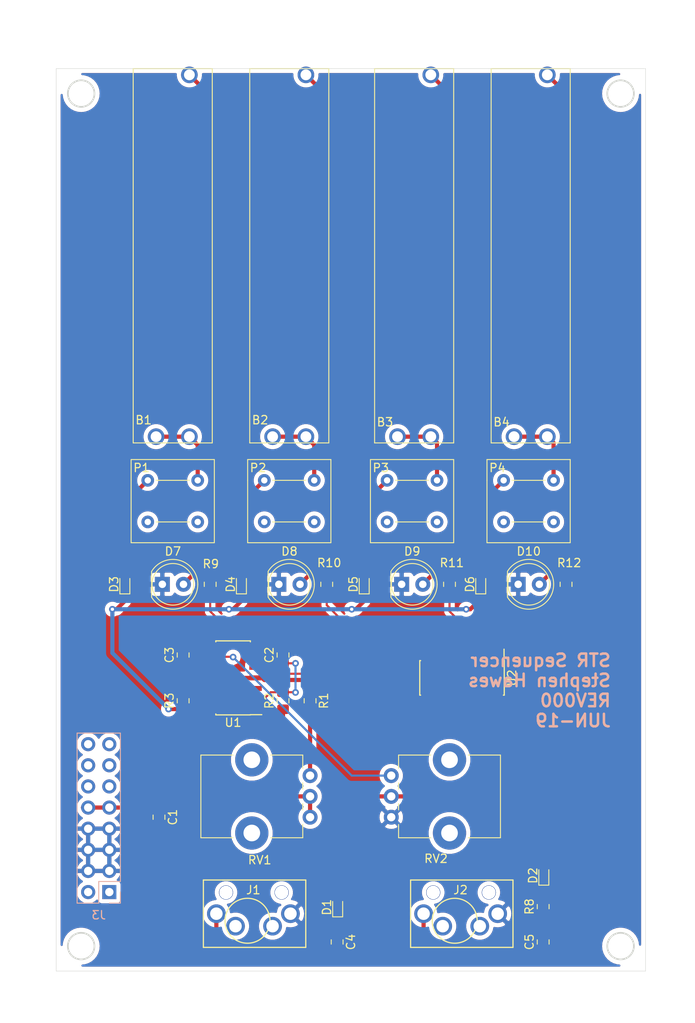
<source format=kicad_pcb>
(kicad_pcb (version 20171130) (host pcbnew "(5.0.2-5-10.14)")
  (layers (0 F.Cu signal) (31 B.Cu signal) (34 B.Paste user) (35 F.Paste user) (36 B.SilkS user) (37 F.SilkS user) (38 B.Mask user) (39 F.Mask user) (44 Edge.Cuts user))
  (net 0 "")
  (net 1 "Net-(B1-Pad2)")
  (net 2 "Net-(B1-Pad1)")
  (net 3 "Net-(B2-Pad1)")
  (net 4 "Net-(B2-Pad2)")
  (net 5 "Net-(B3-Pad2)")
  (net 6 "Net-(B3-Pad1)")
  (net 7 "Net-(B4-Pad1)")
  (net 8 "Net-(B4-Pad2)")
  (net 9 +12V)
  (net 10 GND)
  (net 11 "Net-(C2-Pad1)")
  (net 12 "Net-(C3-Pad1)")
  (net 13 "Net-(C4-Pad2)")
  (net 14 "Net-(C4-Pad1)")
  (net 15 "Net-(C5-Pad1)")
  (net 16 "Net-(D1-Pad2)")
  (net 17 "Net-(D2-Pad1)")
  (net 18 "Net-(D3-Pad1)")
  (net 19 "Net-(D7-Pad2)")
  (net 20 "Net-(D8-Pad2)")
  (net 21 "Net-(D9-Pad2)")
  (net 22 "Net-(D10-Pad2)")
  (net 23 "Net-(J3-Pad1)")
  (net 24 "Net-(J3-Pad2)")
  (net 25 "Net-(J3-Pad11)")
  (net 26 "Net-(J3-Pad12)")
  (net 27 "Net-(J3-Pad13)")
  (net 28 "Net-(J3-Pad14)")
  (net 29 "Net-(J3-Pad15)")
  (net 30 "Net-(J3-Pad16)")
  (net 31 "Net-(P1-Pad3)")
  (net 32 "Net-(P2-Pad3)")
  (net 33 "Net-(P3-Pad3)")
  (net 34 "Net-(P4-Pad3)")
  (net 35 "Net-(R1-Pad2)")
  (net 36 "Net-(R2-Pad1)")
  (net 37 "Net-(RV2-Pad3)")
  (net 38 "Net-(U1-Pad3)")
  (net 39 "Net-(U1-Pad5)")
  (net 40 "Net-(U1-Pad11)")
  (net 41 "Net-(U2-Pad1)")
  (net 42 "Net-(U2-Pad5)")
  (net 43 "Net-(U2-Pad6)")
  (net 44 "Net-(U2-Pad9)")
  (net 45 "Net-(U2-Pad10)")
  (net 46 "Net-(U2-Pad11)")
  (net 47 "Net-(U2-Pad12)")
  (net 48 "Net-(B1-Pad3)")
  (net 49 "Net-(B2-Pad3)")
  (net 50 "Net-(B3-Pad3)")
  (net 51 "Net-(B4-Pad3)")
  (net 52 "Net-(J1-Pad4)")
  (net 53 "Net-(J1-Pad3)")
  (net 54 "Net-(J2-Pad3)")
  (net 55 "Net-(J2-Pad4)")
  (module Capacitor_SMD:C_0805_2012Metric_Pad1.15x1.40mm_HandSolder (layer F.Cu) (at 73.66 141.1902 270)
    (fp_text reference C1 (at 0 -1.65 270) (layer F.SilkS))
    (fp_text value C_Small)
    (pad 2 smd roundrect (at 1.025 0 270) (size 1.15 1.4) (layers F.Cu F.Paste F.Mask) (roundrect_rratio 0.217391) (net 10 GND))
    (pad 1 smd roundrect (at -1.025 0 270) (size 1.15 1.4) (layers F.Cu F.Paste F.Mask) (roundrect_rratio 0.217391) (net 9 +12V))
  )
  (module Capacitor_SMD:C_0805_2012Metric_Pad1.15x1.40mm_HandSolder (layer F.Cu) (at 88.5596 121.6902 90)
    (fp_text reference C2 (at 0 -1.65 90) (layer F.SilkS))
    (fp_text value 10uF)
    (pad 1 smd roundrect (at -1.025 0 90) (size 1.15 1.4) (layers F.Cu F.Paste F.Mask) (roundrect_rratio 0.217391) (net 11 "Net-(C2-Pad1)"))
    (pad 2 smd roundrect (at 1.025 0 90) (size 1.15 1.4) (layers F.Cu F.Paste F.Mask) (roundrect_rratio 0.217391) (net 10 GND))
  )
  (module Capacitor_SMD:C_0805_2012Metric_Pad1.15x1.40mm_HandSolder (layer F.Cu) (at 76.5596 121.6902 90)
    (fp_text reference C3 (at 0 -1.65 90) (layer F.SilkS))
    (fp_text value 10nF)
    (pad 1 smd roundrect (at -1.025 0 90) (size 1.15 1.4) (layers F.Cu F.Paste F.Mask) (roundrect_rratio 0.217391) (net 12 "Net-(C3-Pad1)"))
    (pad 2 smd roundrect (at 1.025 0 90) (size 1.15 1.4) (layers F.Cu F.Paste F.Mask) (roundrect_rratio 0.217391) (net 10 GND))
  )
  (module Capacitor_SMD:C_0805_2012Metric_Pad1.15x1.40mm_HandSolder (layer F.Cu) (at 95.0596 156.1902 270)
    (fp_text reference C4 (at 0 -1.65 270) (layer F.SilkS))
    (fp_text value 220uF)
    (pad 2 smd roundrect (at 1.025 0 270) (size 1.15 1.4) (layers F.Cu F.Paste F.Mask) (roundrect_rratio 0.217391) (net 13 "Net-(C4-Pad2)"))
    (pad 1 smd roundrect (at -1.025 0 270) (size 1.15 1.4) (layers F.Cu F.Paste F.Mask) (roundrect_rratio 0.217391) (net 14 "Net-(C4-Pad1)"))
  )
  (module Capacitor_SMD:C_0805_2012Metric_Pad1.15x1.40mm_HandSolder (layer F.Cu) (at 119.8096 156.1902 90)
    (fp_text reference C5 (at 0 -1.65 90) (layer F.SilkS))
    (fp_text value 10nF)
    (pad 2 smd roundrect (at 1.025 0 90) (size 1.15 1.4) (layers F.Cu F.Paste F.Mask) (roundrect_rratio 0.217391) (net 10 GND))
    (pad 1 smd roundrect (at -1.025 0 90) (size 1.15 1.4) (layers F.Cu F.Paste F.Mask) (roundrect_rratio 0.217391) (net 15 "Net-(C5-Pad1)"))
  )
  (module LED_THT:LED_D5.0mm (layer F.Cu) (at 74.0596 113.1902)
    (fp_text reference D7 (at 1.27 -3.96) (layer F.SilkS))
    (fp_text value LED)
    (pad 2 thru_hole circle (at 2.54 0) (size 1.8 1.8) (drill 0.9) (layers *.Cu *.Mask) (net 19 "Net-(D7-Pad2)"))
    (pad 1 thru_hole rect (at 0 0) (size 1.8 1.8) (drill 0.9) (layers *.Cu *.Mask) (net 10 GND))
  )
  (module LED_THT:LED_D5.0mm (layer F.Cu) (at 88.0596 113.1902)
    (fp_text reference D8 (at 1.27 -3.96) (layer F.SilkS))
    (fp_text value LED)
    (pad 1 thru_hole rect (at 0 0) (size 1.8 1.8) (drill 0.9) (layers *.Cu *.Mask) (net 10 GND))
    (pad 2 thru_hole circle (at 2.54 0) (size 1.8 1.8) (drill 0.9) (layers *.Cu *.Mask) (net 20 "Net-(D8-Pad2)"))
  )
  (module LED_THT:LED_D5.0mm (layer F.Cu) (at 102.8096 113.1902)
    (fp_text reference D9 (at 1.27 -3.96) (layer F.SilkS))
    (fp_text value LED)
    (pad 1 thru_hole rect (at 0 0) (size 1.8 1.8) (drill 0.9) (layers *.Cu *.Mask) (net 10 GND))
    (pad 2 thru_hole circle (at 2.54 0) (size 1.8 1.8) (drill 0.9) (layers *.Cu *.Mask) (net 21 "Net-(D9-Pad2)"))
  )
  (module LED_THT:LED_D5.0mm (layer F.Cu) (at 116.8096 113.1902)
    (fp_text reference D10 (at 1.27 -3.96) (layer F.SilkS))
    (fp_text value LED)
    (pad 2 thru_hole circle (at 2.54 0) (size 1.8 1.8) (drill 0.9) (layers *.Cu *.Mask) (net 22 "Net-(D10-Pad2)"))
    (pad 1 thru_hole rect (at 0 0) (size 1.8 1.8) (drill 0.9) (layers *.Cu *.Mask) (net 10 GND))
  )
  (module Connector_PinSocket_2.54mm:PinSocket_2x08_P2.54mm_Vertical (layer B.Cu) (at 67.691 150.1902)
    (fp_text reference J3 (at -1.27 2.77) (layer B.SilkS) (effects (justify mirror)))
    (fp_text value Conn_02x08_Odd_Even)
    (pad 1 thru_hole rect (at 0 0) (size 1.7 1.7) (drill 1) (layers *.Cu *.Mask) (net 23 "Net-(J3-Pad1)"))
    (pad 2 thru_hole oval (at -2.54 0) (size 1.7 1.7) (drill 1) (layers *.Cu *.Mask) (net 24 "Net-(J3-Pad2)"))
    (pad 3 thru_hole oval (at 0 -2.54) (size 1.7 1.7) (drill 1) (layers *.Cu *.Mask) (net 10 GND))
    (pad 4 thru_hole oval (at -2.54 -2.54) (size 1.7 1.7) (drill 1) (layers *.Cu *.Mask) (net 10 GND))
    (pad 5 thru_hole oval (at 0 -5.08) (size 1.7 1.7) (drill 1) (layers *.Cu *.Mask) (net 10 GND))
    (pad 6 thru_hole oval (at -2.54 -5.08) (size 1.7 1.7) (drill 1) (layers *.Cu *.Mask) (net 10 GND))
    (pad 7 thru_hole oval (at 0 -7.62) (size 1.7 1.7) (drill 1) (layers *.Cu *.Mask) (net 10 GND))
    (pad 8 thru_hole oval (at -2.54 -7.62) (size 1.7 1.7) (drill 1) (layers *.Cu *.Mask) (net 10 GND))
    (pad 9 thru_hole oval (at 0 -10.16) (size 1.7 1.7) (drill 1) (layers *.Cu *.Mask) (net 9 +12V))
    (pad 10 thru_hole oval (at -2.54 -10.16) (size 1.7 1.7) (drill 1) (layers *.Cu *.Mask) (net 9 +12V))
    (pad 11 thru_hole oval (at 0 -12.7) (size 1.7 1.7) (drill 1) (layers *.Cu *.Mask) (net 25 "Net-(J3-Pad11)"))
    (pad 12 thru_hole oval (at -2.54 -12.7) (size 1.7 1.7) (drill 1) (layers *.Cu *.Mask) (net 26 "Net-(J3-Pad12)"))
    (pad 13 thru_hole oval (at 0 -15.24) (size 1.7 1.7) (drill 1) (layers *.Cu *.Mask) (net 27 "Net-(J3-Pad13)"))
    (pad 14 thru_hole oval (at -2.54 -15.24) (size 1.7 1.7) (drill 1) (layers *.Cu *.Mask) (net 28 "Net-(J3-Pad14)"))
    (pad 15 thru_hole oval (at 0 -17.78) (size 1.7 1.7) (drill 1) (layers *.Cu *.Mask) (net 29 "Net-(J3-Pad15)"))
    (pad 16 thru_hole oval (at -2.54 -17.78) (size 1.7 1.7) (drill 1) (layers *.Cu *.Mask) (net 30 "Net-(J3-Pad16)"))
  )
  (module stephen:slidePot (layer F.Cu) (at 70.5596 96.1902)
    (fp_text reference P1 (at 1 3) (layer F.SilkS))
    (fp_text value 50K)
    (pad 1 thru_hole circle (at 6.75 -0.75) (size 2 2) (drill 1.3) (layers *.Cu *.Mask) (net 2 "Net-(B1-Pad1)"))
    (pad 2 thru_hole circle (at 2.75 -0.75) (size 2 2) (drill 1.3) (layers *.Cu *.Mask) (net 2 "Net-(B1-Pad1)"))
    (pad 3 thru_hole circle (at 6.75 -44.25) (size 2 2) (drill 1.3) (layers *.Cu *.Mask) (net 31 "Net-(P1-Pad3)"))
  )
  (module stephen:slidePot (layer F.Cu) (at 84.5596 96.1902)
    (fp_text reference P2 (at 1 3) (layer F.SilkS))
    (fp_text value 50K)
    (pad 1 thru_hole circle (at 6.75 -0.75) (size 2 2) (drill 1.3) (layers *.Cu *.Mask) (net 3 "Net-(B2-Pad1)"))
    (pad 2 thru_hole circle (at 2.75 -0.75) (size 2 2) (drill 1.3) (layers *.Cu *.Mask) (net 3 "Net-(B2-Pad1)"))
    (pad 3 thru_hole circle (at 6.75 -44.25) (size 2 2) (drill 1.3) (layers *.Cu *.Mask) (net 32 "Net-(P2-Pad3)"))
  )
  (module stephen:slidePot (layer F.Cu) (at 99.5596 96.1902)
    (fp_text reference P3 (at 0.75 3) (layer F.SilkS))
    (fp_text value 50K)
    (pad 3 thru_hole circle (at 6.75 -44.25) (size 2 2) (drill 1.3) (layers *.Cu *.Mask) (net 33 "Net-(P3-Pad3)"))
    (pad 2 thru_hole circle (at 2.75 -0.75) (size 2 2) (drill 1.3) (layers *.Cu *.Mask) (net 6 "Net-(B3-Pad1)"))
    (pad 1 thru_hole circle (at 6.75 -0.75) (size 2 2) (drill 1.3) (layers *.Cu *.Mask) (net 6 "Net-(B3-Pad1)"))
  )
  (module stephen:slidePot (layer F.Cu) (at 113.5596 96.1902)
    (fp_text reference P4 (at 0.75 3) (layer F.SilkS))
    (fp_text value 50K)
    (pad 3 thru_hole circle (at 6.75 -44.25) (size 2 2) (drill 1.3) (layers *.Cu *.Mask) (net 34 "Net-(P4-Pad3)"))
    (pad 2 thru_hole circle (at 2.75 -0.75) (size 2 2) (drill 1.3) (layers *.Cu *.Mask) (net 7 "Net-(B4-Pad1)"))
    (pad 1 thru_hole circle (at 6.75 -0.75) (size 2 2) (drill 1.3) (layers *.Cu *.Mask) (net 7 "Net-(B4-Pad1)"))
  )
  (module Resistor_SMD:R_0805_2012Metric_Pad1.15x1.40mm_HandSolder (layer F.Cu) (at 91.8096 127.1902 270)
    (fp_text reference R1 (at 0 -1.65 270) (layer F.SilkS))
    (fp_text value 680R)
    (pad 1 smd roundrect (at -1.025 0 270) (size 1.15 1.4) (layers F.Cu F.Paste F.Mask) (roundrect_rratio 0.217391) (net 9 +12V))
    (pad 2 smd roundrect (at 1.025 0 270) (size 1.15 1.4) (layers F.Cu F.Paste F.Mask) (roundrect_rratio 0.217391) (net 35 "Net-(R1-Pad2)"))
  )
  (module Resistor_SMD:R_0805_2012Metric_Pad1.15x1.40mm_HandSolder (layer F.Cu) (at 88.5596 127.1902 90)
    (fp_text reference R2 (at 0 -1.65 90) (layer F.SilkS))
    (fp_text value 220R)
    (pad 2 smd roundrect (at 1.025 0 90) (size 1.15 1.4) (layers F.Cu F.Paste F.Mask) (roundrect_rratio 0.217391) (net 11 "Net-(C2-Pad1)"))
    (pad 1 smd roundrect (at -1.025 0 90) (size 1.15 1.4) (layers F.Cu F.Paste F.Mask) (roundrect_rratio 0.217391) (net 36 "Net-(R2-Pad1)"))
  )
  (module Resistor_SMD:R_0805_2012Metric_Pad1.15x1.40mm_HandSolder (layer F.Cu) (at 76.5596 127.1902 90)
    (fp_text reference R3 (at 0 -1.65 90) (layer F.SilkS))
    (fp_text value 5K6)
    (pad 2 smd roundrect (at 1.025 0 90) (size 1.15 1.4) (layers F.Cu F.Paste F.Mask) (roundrect_rratio 0.217391) (net 12 "Net-(C3-Pad1)"))
    (pad 1 smd roundrect (at -1.025 0 90) (size 1.15 1.4) (layers F.Cu F.Paste F.Mask) (roundrect_rratio 0.217391) (net 18 "Net-(D3-Pad1)"))
  )
  (module Resistor_SMD:R_0805_2012Metric_Pad1.15x1.40mm_HandSolder (layer F.Cu) (at 119.8096 151.9402 90)
    (fp_text reference R8 (at 0 -1.65 90) (layer F.SilkS))
    (fp_text value 1K)
    (pad 1 smd roundrect (at -1.025 0 90) (size 1.15 1.4) (layers F.Cu F.Paste F.Mask) (roundrect_rratio 0.217391) (net 15 "Net-(C5-Pad1)"))
    (pad 2 smd roundrect (at 1.025 0 90) (size 1.15 1.4) (layers F.Cu F.Paste F.Mask) (roundrect_rratio 0.217391) (net 17 "Net-(D2-Pad1)"))
  )
  (module Resistor_SMD:R_0805_2012Metric_Pad1.15x1.40mm_HandSolder (layer F.Cu) (at 79.8096 113.1902 270)
    (fp_text reference R9 (at -2.4462 -0.0734) (layer F.SilkS))
    (fp_text value 1K)
    (pad 1 smd roundrect (at -1.025 0 270) (size 1.15 1.4) (layers F.Cu F.Paste F.Mask) (roundrect_rratio 0.217391) (net 19 "Net-(D7-Pad2)"))
    (pad 2 smd roundrect (at 1.025 0 270) (size 1.15 1.4) (layers F.Cu F.Paste F.Mask) (roundrect_rratio 0.217391) (net 31 "Net-(P1-Pad3)"))
  )
  (module Resistor_SMD:R_0805_2012Metric_Pad1.15x1.40mm_HandSolder (layer F.Cu) (at 93.8096 113.1902 270)
    (fp_text reference R10 (at -2.5732 -0.2974) (layer F.SilkS))
    (fp_text value 1K)
    (pad 1 smd roundrect (at -1.025 0 270) (size 1.15 1.4) (layers F.Cu F.Paste F.Mask) (roundrect_rratio 0.217391) (net 20 "Net-(D8-Pad2)"))
    (pad 2 smd roundrect (at 1.025 0 270) (size 1.15 1.4) (layers F.Cu F.Paste F.Mask) (roundrect_rratio 0.217391) (net 32 "Net-(P2-Pad3)"))
  )
  (module Resistor_SMD:R_0805_2012Metric_Pad1.15x1.40mm_HandSolder (layer F.Cu) (at 108.5596 113.1902 270)
    (fp_text reference R11 (at -2.5732 -0.2794) (layer F.SilkS))
    (fp_text value 1K)
    (pad 2 smd roundrect (at 1.025 0 270) (size 1.15 1.4) (layers F.Cu F.Paste F.Mask) (roundrect_rratio 0.217391) (net 33 "Net-(P3-Pad3)"))
    (pad 1 smd roundrect (at -1.025 0 270) (size 1.15 1.4) (layers F.Cu F.Paste F.Mask) (roundrect_rratio 0.217391) (net 21 "Net-(D9-Pad2)"))
  )
  (module Resistor_SMD:R_0805_2012Metric_Pad1.15x1.40mm_HandSolder (layer F.Cu) (at 122.5596 113.1902 270)
    (fp_text reference R12 (at -2.5732 -0.3764) (layer F.SilkS))
    (fp_text value 1K)
    (pad 2 smd roundrect (at 1.025 0 270) (size 1.15 1.4) (layers F.Cu F.Paste F.Mask) (roundrect_rratio 0.217391) (net 34 "Net-(P4-Pad3)"))
    (pad 1 smd roundrect (at -1.025 0 270) (size 1.15 1.4) (layers F.Cu F.Paste F.Mask) (roundrect_rratio 0.217391) (net 22 "Net-(D10-Pad2)"))
  )
  (module Potentiometer_THT:Potentiometer_Bourns_PTV09A-1_Single_Vertical (layer F.Cu) (at 91.8096 136.1902 180)
    (fp_text reference RV1 (at 6.05 -10.15 180) (layer F.SilkS))
    (fp_text value 50K)
    (pad 3 thru_hole circle (at 0 -5 180) (size 1.8 1.8) (drill 1) (layers *.Cu *.Mask) (net 36 "Net-(R2-Pad1)"))
    (pad 2 thru_hole circle (at 0 -2.5 180) (size 1.8 1.8) (drill 1) (layers *.Cu *.Mask) (net 36 "Net-(R2-Pad1)"))
    (pad 1 thru_hole circle (at 0 0 180) (size 1.8 1.8) (drill 1) (layers *.Cu *.Mask) (net 35 "Net-(R1-Pad2)"))
    (pad "" np_thru_hole circle (at 7 -6.9 180) (size 4 4) (drill 2) (layers *.Cu *.Mask))
    (pad "" np_thru_hole circle (at 7 1.9 180) (size 4 4) (drill 2) (layers *.Cu *.Mask))
  )
  (module Potentiometer_THT:Potentiometer_Bourns_PTV09A-1_Single_Vertical (layer F.Cu) (at 101.5596 141.1902)
    (fp_text reference RV2 (at 5.3744 4.9868) (layer F.SilkS))
    (fp_text value 1K)
    (pad "" np_thru_hole circle (at 7 1.9) (size 4 4) (drill 2) (layers *.Cu *.Mask))
    (pad "" np_thru_hole circle (at 7 -6.9) (size 4 4) (drill 2) (layers *.Cu *.Mask))
    (pad 1 thru_hole circle (at 0 0) (size 1.8 1.8) (drill 1) (layers *.Cu *.Mask) (net 10 GND))
    (pad 2 thru_hole circle (at 0 -2.5) (size 1.8 1.8) (drill 1) (layers *.Cu *.Mask) (net 16 "Net-(D1-Pad2)"))
    (pad 3 thru_hole circle (at 0 -5) (size 1.8 1.8) (drill 1) (layers *.Cu *.Mask) (net 37 "Net-(RV2-Pad3)"))
  )
  (module Package_SO:SOIC-14_3.9x8.7mm_P1.27mm (layer F.Cu) (at 82.5596 124.4402 180)
    (fp_text reference U1 (at 0 -5.375 180) (layer F.SilkS))
    (fp_text value NE556)
    (pad 1 smd rect (at -2.7 -3.81 180) (size 1.5 0.6) (layers F.Cu F.Paste F.Mask) (net 36 "Net-(R2-Pad1)"))
    (pad 2 smd rect (at -2.7 -2.54 180) (size 1.5 0.6) (layers F.Cu F.Paste F.Mask) (net 11 "Net-(C2-Pad1)"))
    (pad 3 smd rect (at -2.7 -1.27 180) (size 1.5 0.6) (layers F.Cu F.Paste F.Mask) (net 38 "Net-(U1-Pad3)"))
    (pad 4 smd rect (at -2.7 0 180) (size 1.5 0.6) (layers F.Cu F.Paste F.Mask) (net 9 +12V))
    (pad 5 smd rect (at -2.7 1.27 180) (size 1.5 0.6) (layers F.Cu F.Paste F.Mask) (net 39 "Net-(U1-Pad5)"))
    (pad 6 smd rect (at -2.7 2.54 180) (size 1.5 0.6) (layers F.Cu F.Paste F.Mask) (net 11 "Net-(C2-Pad1)"))
    (pad 7 smd rect (at -2.7 3.81 180) (size 1.5 0.6) (layers F.Cu F.Paste F.Mask) (net 10 GND))
    (pad 8 smd rect (at 2.7 3.81 180) (size 1.5 0.6) (layers F.Cu F.Paste F.Mask) (net 12 "Net-(C3-Pad1)"))
    (pad 9 smd rect (at 2.7 2.54 180) (size 1.5 0.6) (layers F.Cu F.Paste F.Mask) (net 37 "Net-(RV2-Pad3)"))
    (pad 10 smd rect (at 2.7 1.27 180) (size 1.5 0.6) (layers F.Cu F.Paste F.Mask) (net 9 +12V))
    (pad 11 smd rect (at 2.7 0 180) (size 1.5 0.6) (layers F.Cu F.Paste F.Mask) (net 40 "Net-(U1-Pad11)"))
    (pad 12 smd rect (at 2.7 -1.27 180) (size 1.5 0.6) (layers F.Cu F.Paste F.Mask) (net 12 "Net-(C3-Pad1)"))
    (pad 13 smd rect (at 2.7 -2.54 180) (size 1.5 0.6) (layers F.Cu F.Paste F.Mask) (net 18 "Net-(D3-Pad1)"))
    (pad 14 smd rect (at 2.7 -3.81 180) (size 1.5 0.6) (layers F.Cu F.Paste F.Mask) (net 9 +12V))
  )
  (module Package_SO:SOIC-16_3.9x9.9mm_P1.27mm (layer F.Cu) (at 110.0596 124.4402 270)
    (fp_text reference U2 (at 0 -6 270) (layer F.SilkS))
    (fp_text value 4017)
    (pad 1 smd rect (at -2.7 -4.445 270) (size 1.5 0.6) (layers F.Cu F.Paste F.Mask) (net 41 "Net-(U2-Pad1)"))
    (pad 2 smd rect (at -2.7 -3.175 270) (size 1.5 0.6) (layers F.Cu F.Paste F.Mask) (net 32 "Net-(P2-Pad3)"))
    (pad 3 smd rect (at -2.7 -1.905 270) (size 1.5 0.6) (layers F.Cu F.Paste F.Mask) (net 31 "Net-(P1-Pad3)"))
    (pad 4 smd rect (at -2.7 -0.635 270) (size 1.5 0.6) (layers F.Cu F.Paste F.Mask) (net 33 "Net-(P3-Pad3)"))
    (pad 5 smd rect (at -2.7 0.635 270) (size 1.5 0.6) (layers F.Cu F.Paste F.Mask) (net 42 "Net-(U2-Pad5)"))
    (pad 6 smd rect (at -2.7 1.905 270) (size 1.5 0.6) (layers F.Cu F.Paste F.Mask) (net 43 "Net-(U2-Pad6)"))
    (pad 7 smd rect (at -2.7 3.175 270) (size 1.5 0.6) (layers F.Cu F.Paste F.Mask) (net 34 "Net-(P4-Pad3)"))
    (pad 8 smd rect (at -2.7 4.445 270) (size 1.5 0.6) (layers F.Cu F.Paste F.Mask) (net 10 GND))
    (pad 9 smd rect (at 2.7 4.445 270) (size 1.5 0.6) (layers F.Cu F.Paste F.Mask) (net 44 "Net-(U2-Pad9)"))
    (pad 10 smd rect (at 2.7 3.175 270) (size 1.5 0.6) (layers F.Cu F.Paste F.Mask) (net 45 "Net-(U2-Pad10)"))
    (pad 11 smd rect (at 2.7 1.905 270) (size 1.5 0.6) (layers F.Cu F.Paste F.Mask) (net 46 "Net-(U2-Pad11)"))
    (pad 12 smd rect (at 2.7 0.635 270) (size 1.5 0.6) (layers F.Cu F.Paste F.Mask) (net 47 "Net-(U2-Pad12)"))
    (pad 13 smd rect (at 2.7 -0.635 270) (size 1.5 0.6) (layers F.Cu F.Paste F.Mask) (net 10 GND))
    (pad 14 smd rect (at 2.7 -1.905 270) (size 1.5 0.6) (layers F.Cu F.Paste F.Mask) (net 39 "Net-(U1-Pad5)"))
    (pad 15 smd rect (at 2.7 -3.175 270) (size 1.5 0.6) (layers F.Cu F.Paste F.Mask) (net 45 "Net-(U2-Pad10)"))
    (pad 16 smd rect (at 2.7 -4.445 270) (size 1.5 0.6) (layers F.Cu F.Paste F.Mask) (net 9 +12V))
  )
  (module stephen:PVA1_EE_H2_1.2NV2 (layer F.Cu) (at 78.3096 100.6902 180)
    (fp_text reference B1 (at 6.5 7.25 180) (layer F.SilkS))
    (fp_text value SW_SPDT)
    (pad 1 thru_hole circle (at 0 0 180) (size 1.524 1.524) (drill 0.762) (layers *.Cu *.Mask) (net 2 "Net-(B1-Pad1)"))
    (pad 2 thru_hole circle (at 6 0 180) (size 1.524 1.524) (drill 0.762) (layers *.Cu *.Mask) (net 1 "Net-(B1-Pad2)"))
    (pad 3 thru_hole circle (at 0 -5 180) (size 1.524 1.524) (drill 0.762) (layers *.Cu *.Mask) (net 48 "Net-(B1-Pad3)"))
    (pad 4 thru_hole circle (at 6 -5 180) (size 1.524 1.524) (drill 0.762) (layers *.Cu *.Mask))
  )
  (module stephen:PVA1_EE_H2_1.2NV2 (layer F.Cu) (at 92.3096 100.6902 180)
    (fp_text reference B2 (at 6.5 7.25 180) (layer F.SilkS))
    (fp_text value SW_SPDT)
    (pad 1 thru_hole circle (at 0 0 180) (size 1.524 1.524) (drill 0.762) (layers *.Cu *.Mask) (net 3 "Net-(B2-Pad1)"))
    (pad 2 thru_hole circle (at 6 0 180) (size 1.524 1.524) (drill 0.762) (layers *.Cu *.Mask) (net 4 "Net-(B2-Pad2)"))
    (pad 3 thru_hole circle (at 0 -5 180) (size 1.524 1.524) (drill 0.762) (layers *.Cu *.Mask) (net 49 "Net-(B2-Pad3)"))
    (pad 4 thru_hole circle (at 6 -5 180) (size 1.524 1.524) (drill 0.762) (layers *.Cu *.Mask))
  )
  (module stephen:PVA1_EE_H2_1.2NV2 (layer F.Cu) (at 107.0596 100.6902 180)
    (fp_text reference B3 (at 6.25 7 180) (layer F.SilkS))
    (fp_text value SW_SPDT)
    (pad 4 thru_hole circle (at 6 -5 180) (size 1.524 1.524) (drill 0.762) (layers *.Cu *.Mask))
    (pad 3 thru_hole circle (at 0 -5 180) (size 1.524 1.524) (drill 0.762) (layers *.Cu *.Mask) (net 50 "Net-(B3-Pad3)"))
    (pad 2 thru_hole circle (at 6 0 180) (size 1.524 1.524) (drill 0.762) (layers *.Cu *.Mask) (net 5 "Net-(B3-Pad2)"))
    (pad 1 thru_hole circle (at 0 0 180) (size 1.524 1.524) (drill 0.762) (layers *.Cu *.Mask) (net 6 "Net-(B3-Pad1)"))
  )
  (module stephen:PVA1_EE_H2_1.2NV2 (layer F.Cu) (at 121.0596 100.6902 180)
    (fp_text reference B4 (at 6.25 7 180) (layer F.SilkS))
    (fp_text value SW_SPDT)
    (pad 4 thru_hole circle (at 6 -5 180) (size 1.524 1.524) (drill 0.762) (layers *.Cu *.Mask))
    (pad 3 thru_hole circle (at 0 -5 180) (size 1.524 1.524) (drill 0.762) (layers *.Cu *.Mask) (net 51 "Net-(B4-Pad3)"))
    (pad 2 thru_hole circle (at 6 0 180) (size 1.524 1.524) (drill 0.762) (layers *.Cu *.Mask) (net 8 "Net-(B4-Pad2)"))
    (pad 1 thru_hole circle (at 0 0 180) (size 1.524 1.524) (drill 0.762) (layers *.Cu *.Mask) (net 7 "Net-(B4-Pad1)"))
  )
  (module Diode_SMD:D_SOD-523 (layer F.Cu) (at 95.123 152.019 90)
    (fp_text reference D1 (at 0 -1.3 90) (layer F.SilkS))
    (fp_text value D_ALT)
    (pad 2 smd rect (at 0.7 0 270) (size 0.6 0.7) (layers F.Cu F.Paste F.Mask) (net 16 "Net-(D1-Pad2)"))
    (pad 1 smd rect (at -0.7 0 270) (size 0.6 0.7) (layers F.Cu F.Paste F.Mask) (net 14 "Net-(C4-Pad1)"))
  )
  (module Diode_SMD:D_SOD-523 (layer F.Cu) (at 119.888 148.209 90)
    (fp_text reference D2 (at 0 -1.3 90) (layer F.SilkS))
    (fp_text value D_ALT)
    (pad 1 smd rect (at -0.7 0 270) (size 0.6 0.7) (layers F.Cu F.Paste F.Mask) (net 17 "Net-(D2-Pad1)"))
    (pad 2 smd rect (at 0.7 0 270) (size 0.6 0.7) (layers F.Cu F.Paste F.Mask) (net 16 "Net-(D1-Pad2)"))
  )
  (module Diode_SMD:D_SOD-523 (layer F.Cu) (at 69.5596 113.1902 90)
    (fp_text reference D3 (at 0 -1.3 90) (layer F.SilkS))
    (fp_text value D_ALT)
    (pad 2 smd rect (at 0.7 0 270) (size 0.6 0.7) (layers F.Cu F.Paste F.Mask) (net 1 "Net-(B1-Pad2)"))
    (pad 1 smd rect (at -0.7 0 270) (size 0.6 0.7) (layers F.Cu F.Paste F.Mask) (net 18 "Net-(D3-Pad1)"))
  )
  (module Diode_SMD:D_SOD-523 (layer F.Cu) (at 83.5596 113.1902 90)
    (fp_text reference D4 (at 0 -1.3 90) (layer F.SilkS))
    (fp_text value D_ALT)
    (pad 2 smd rect (at 0.7 0 270) (size 0.6 0.7) (layers F.Cu F.Paste F.Mask) (net 4 "Net-(B2-Pad2)"))
    (pad 1 smd rect (at -0.7 0 270) (size 0.6 0.7) (layers F.Cu F.Paste F.Mask) (net 18 "Net-(D3-Pad1)"))
  )
  (module Diode_SMD:D_SOD-523 (layer F.Cu) (at 98.3096 113.1902 90)
    (fp_text reference D5 (at 0 -1.3 90) (layer F.SilkS))
    (fp_text value D_ALT)
    (pad 1 smd rect (at -0.7 0 270) (size 0.6 0.7) (layers F.Cu F.Paste F.Mask) (net 18 "Net-(D3-Pad1)"))
    (pad 2 smd rect (at 0.7 0 270) (size 0.6 0.7) (layers F.Cu F.Paste F.Mask) (net 5 "Net-(B3-Pad2)"))
  )
  (module Diode_SMD:D_SOD-523 (layer F.Cu) (at 112.3096 113.1902 90)
    (fp_text reference D6 (at 0 -1.3 90) (layer F.SilkS))
    (fp_text value D_ALT)
    (pad 1 smd rect (at -0.7 0 270) (size 0.6 0.7) (layers F.Cu F.Paste F.Mask) (net 18 "Net-(D3-Pad1)"))
    (pad 2 smd rect (at 0.7 0 270) (size 0.6 0.7) (layers F.Cu F.Paste F.Mask) (net 8 "Net-(B4-Pad2)"))
  )
  (module stephen:molex_stereo_3.5mm_jack (layer F.Cu) (at 88.392 150.241 180)
    (fp_text reference J1 (at 3.4 0.3 180) (layer F.SilkS))
    (fp_text value OUT)
    (pad "" np_thru_hole circle (at 6.68 0 180) (size 1.7 1.7) (drill 1.6) (layers *.Cu *.Mask))
    (pad "" np_thru_hole circle (at 0 0 180) (size 1.7 1.7) (drill 1.6) (layers *.Cu *.Mask))
    (pad 4 thru_hole circle (at 5.54 -4.05 180) (size 2.25 2.25) (drill 1.5) (layers *.Cu *.Mask) (net 52 "Net-(J1-Pad4)"))
    (pad 3 thru_hole circle (at 1.09 -4.05 180) (size 2.25 2.25) (drill 1.5) (layers *.Cu *.Mask) (net 53 "Net-(J1-Pad3)"))
    (pad 2 thru_hole circle (at 7.84 -2.55 180) (size 2.25 2.25) (drill 1.5) (layers *.Cu *.Mask) (net 13 "Net-(C4-Pad2)"))
    (pad 1 thru_hole circle (at -1.06 -2.55 180) (size 2.25 2.25) (drill 1.5) (layers *.Cu *.Mask) (net 10 GND))
  )
  (module stephen:molex_stereo_3.5mm_jack (layer F.Cu) (at 113.284 150.241 180)
    (fp_text reference J2 (at 3.4 0.3 180) (layer F.SilkS))
    (fp_text value CV)
    (pad 1 thru_hole circle (at -1.06 -2.55 180) (size 2.25 2.25) (drill 1.5) (layers *.Cu *.Mask) (net 10 GND))
    (pad 2 thru_hole circle (at 7.84 -2.55 180) (size 2.25 2.25) (drill 1.5) (layers *.Cu *.Mask) (net 15 "Net-(C5-Pad1)"))
    (pad 3 thru_hole circle (at 1.09 -4.05 180) (size 2.25 2.25) (drill 1.5) (layers *.Cu *.Mask) (net 54 "Net-(J2-Pad3)"))
    (pad 4 thru_hole circle (at 5.54 -4.05 180) (size 2.25 2.25) (drill 1.5) (layers *.Cu *.Mask) (net 55 "Net-(J2-Pad4)"))
    (pad "" np_thru_hole circle (at 0 0 180) (size 1.7 1.7) (drill 1.6) (layers *.Cu *.Mask))
    (pad "" np_thru_hole circle (at 6.68 0 180) (size 1.7 1.7) (drill 1.6) (layers *.Cu *.Mask))
  )
  (module stephen:stephenEmblemBigger (layer B.Cu) (at 96.393 73.152 180)
    (fp_text reference G*** hide)
    (fp_text value LOGO hide)
  )
  (gr_text "STR Sequencer\nStephen Hawes\nREV000\nJUN-19" (at 128.0922 125.9586) (layer B.SilkS) (effects (font (size 1.5 1.5) (thickness 0.3)) (justify left mirror)))
  (gr_line (start 132.1096 51.1902) (end 61.3096 51.1902) (layer Edge.Cuts) (width 0.05))
  (gr_line (start 61.3096 159.6902) (end 132.1096 159.6902) (layer Edge.Cuts) (width 0.05))
  (gr_line (start 132.1096 159.6902) (end 132.1096 51.1902) (layer Edge.Cuts) (width 0.05))
  (gr_line (start 61.3096 159.6902) (end 61.3096 51.1902) (layer Edge.Cuts) (width 0.05))
  (gr_circle (center 129.1096 54.1902) (end 127.5096 54.1902) (layer Edge.Cuts) (width 0.2))
  (gr_circle (center 64.3096 156.6902) (end 62.7096 156.6902) (layer Edge.Cuts) (width 0.2))
  (gr_circle (center 64.3096 54.1902) (end 62.7096 54.1902) (layer Edge.Cuts) (width 0.2))
  (gr_circle (center 129.1096 156.6902) (end 127.5096 156.6902) (layer Edge.Cuts) (width 0.2))
  (segment (start 69.5596 103.4402) (end 72.3096 100.6902) (width 0.5) (layer F.Cu) (net 1))
  (segment (start 69.5596 111.1902) (end 69.5596 103.4402) (width 0.5) (layer F.Cu) (net 1))
  (segment (start 69.5596 111.1902) (end 69.5596 112.4902) (width 0.5) (layer F.Cu) (net 1))
  (segment (start 73.3096 95.4402) (end 77.3096 95.4402) (width 0.5) (layer F.Cu) (net 2))
  (segment (start 78.309599 96.440199) (end 77.3096 95.4402) (width 0.5) (layer F.Cu) (net 2))
  (segment (start 78.3096 100.6902) (end 78.309599 96.440199) (width 0.5) (layer F.Cu) (net 2))
  (segment (start 92.309599 96.440199) (end 91.3096 95.4402) (width 0.5) (layer F.Cu) (net 3))
  (segment (start 92.3096 100.6902) (end 92.309599 96.440199) (width 0.5) (layer F.Cu) (net 3))
  (segment (start 91.3096 95.4402) (end 87.3096 95.4402) (width 0.5) (layer F.Cu) (net 3))
  (segment (start 83.5596 103.4402) (end 86.3096 100.6902) (width 0.5) (layer F.Cu) (net 4))
  (segment (start 83.5596 111.1902) (end 83.5596 103.4402) (width 0.5) (layer F.Cu) (net 4))
  (segment (start 83.5596 111.1902) (end 83.5596 112.4902) (width 0.5) (layer F.Cu) (net 4))
  (segment (start 98.3096 103.4402) (end 101.0596 100.6902) (width 0.5) (layer F.Cu) (net 5))
  (segment (start 98.3096 111.1902) (end 98.3096 103.4402) (width 0.5) (layer F.Cu) (net 5))
  (segment (start 98.3096 111.1902) (end 98.3096 112.4902) (width 0.5) (layer F.Cu) (net 5))
  (segment (start 107.0596 96.1902) (end 106.3096 95.4402) (width 0.5) (layer F.Cu) (net 6))
  (segment (start 107.0596 100.6902) (end 107.0596 96.1902) (width 0.5) (layer F.Cu) (net 6))
  (segment (start 106.3096 95.4402) (end 102.3096 95.4402) (width 0.5) (layer F.Cu) (net 6))
  (segment (start 121.0596 96.1902) (end 120.3096 95.4402) (width 0.5) (layer F.Cu) (net 7))
  (segment (start 121.0596 100.6902) (end 121.0596 96.1902) (width 0.5) (layer F.Cu) (net 7))
  (segment (start 120.3096 95.4402) (end 116.3096 95.4402) (width 0.5) (layer F.Cu) (net 7))
  (segment (start 112.3096 103.4402) (end 115.0596 100.6902) (width 0.5) (layer F.Cu) (net 8))
  (segment (start 112.3096 111.1902) (end 112.3096 103.4402) (width 0.5) (layer F.Cu) (net 8))
  (segment (start 112.3096 111.1902) (end 112.3096 112.4902) (width 0.5) (layer F.Cu) (net 8))
  (segment (start 83.0596 124.4402) (end 85.2596 124.4402) (width 0.25) (layer F.Cu) (net 9))
  (segment (start 82.9346 126.1752) (end 82.9346 124.3152) (width 0.25) (layer F.Cu) (net 9))
  (segment (start 82.9346 124.3152) (end 83.0596 124.4402) (width 0.25) (layer F.Cu) (net 9))
  (segment (start 64.5196 140.0302) (end 67.0596 140.0302) (width 0.5) (layer F.Cu) (net 9))
  (segment (start 79.8596 131.6152) (end 79.8596 128.2502) (width 0.5) (layer F.Cu) (net 9))
  (segment (start 81.1096 128.2502) (end 82.8646 126.4952) (width 0.5) (layer F.Cu) (net 9))
  (segment (start 79.8596 128.2502) (end 81.1096 128.2502) (width 0.5) (layer F.Cu) (net 9))
  (segment (start 82.8646 126.4952) (end 82.8646 126.2452) (width 0.5) (layer F.Cu) (net 9))
  (segment (start 82.8646 126.2452) (end 82.9346 126.1752) (width 0.25) (layer F.Cu) (net 9))
  (segment (start 82.8646 124.3852) (end 82.9346 124.3152) (width 0.5) (layer F.Cu) (net 9))
  (segment (start 82.8646 126.4952) (end 82.8646 124.3852) (width 0.5) (layer F.Cu) (net 9))
  (segment (start 82.9196 124.4402) (end 85.2596 124.4402) (width 0.5) (layer F.Cu) (net 9))
  (segment (start 82.8646 124.3852) (end 82.9196 124.4402) (width 0.5) (layer F.Cu) (net 9))
  (segment (start 81.7896 123.1702) (end 82.9346 124.3152) (width 0.5) (layer F.Cu) (net 9))
  (segment (start 79.8596 123.1702) (end 81.7896 123.1702) (width 0.5) (layer F.Cu) (net 9))
  (segment (start 91.8096 125.4902) (end 91.8096 126.1652) (width 0.5) (layer F.Cu) (net 9))
  (segment (start 91.0096 124.6902) (end 91.8096 125.4902) (width 0.5) (layer F.Cu) (net 9))
  (segment (start 86.3096 124.6902) (end 91.0096 124.6902) (width 0.5) (layer F.Cu) (net 9))
  (segment (start 86.0596 124.4402) (end 86.3096 124.6902) (width 0.5) (layer F.Cu) (net 9))
  (segment (start 85.2596 124.4402) (end 86.0596 124.4402) (width 0.5) (layer F.Cu) (net 9))
  (segment (start 91.8096 126.1652) (end 97.2846 126.1652) (width 0.5) (layer F.Cu) (net 9))
  (segment (start 97.2846 126.1652) (end 101.5596 130.4402) (width 0.5) (layer F.Cu) (net 9))
  (segment (start 101.5596 130.4402) (end 113.0596 130.4402) (width 0.5) (layer F.Cu) (net 9))
  (segment (start 114.5046 128.9952) (end 114.5046 127.1402) (width 0.5) (layer F.Cu) (net 9))
  (segment (start 113.0596 130.4402) (end 114.5046 128.9952) (width 0.5) (layer F.Cu) (net 9))
  (segment (start 79.8596 131.6152) (end 79.8398 131.6152) (width 0.5) (layer F.Cu) (net 9))
  (segment (start 73.66 137.795) (end 73.66 140.1652) (width 0.5) (layer F.Cu) (net 9))
  (segment (start 79.8398 131.6152) (end 73.66 137.795) (width 0.5) (layer F.Cu) (net 9))
  (segment (start 73.525 140.0302) (end 73.66 140.1652) (width 0.5) (layer F.Cu) (net 9))
  (segment (start 67.0596 140.0302) (end 73.525 140.0302) (width 0.5) (layer F.Cu) (net 9))
  (segment (start 110.6946 128.1402) (end 110.3946 128.4402) (width 0.25) (layer F.Cu) (net 10))
  (segment (start 110.6946 127.1402) (end 110.6946 128.1402) (width 0.25) (layer F.Cu) (net 10))
  (segment (start 110.3946 128.4402) (end 104.3096 128.4402) (width 0.25) (layer F.Cu) (net 10))
  (segment (start 104.3096 128.4402) (end 104.0596 128.1902) (width 0.25) (layer F.Cu) (net 10))
  (segment (start 105.6146 122.7402) (end 105.6146 121.7402) (width 0.25) (layer F.Cu) (net 10))
  (segment (start 104.0596 124.2952) (end 105.6146 122.7402) (width 0.25) (layer F.Cu) (net 10))
  (segment (start 104.0596 128.1902) (end 104.0596 124.2952) (width 0.25) (layer F.Cu) (net 10))
  (segment (start 87.7446 121.9002) (end 88.5596 122.7152) (width 0.25) (layer F.Cu) (net 11))
  (segment (start 85.2596 121.9002) (end 87.7446 121.9002) (width 0.25) (layer F.Cu) (net 11))
  (segment (start 87.0846 126.1652) (end 88.5596 126.1652) (width 0.25) (layer F.Cu) (net 11))
  (segment (start 86.2696 126.9802) (end 87.0846 126.1652) (width 0.25) (layer F.Cu) (net 11))
  (segment (start 85.2596 126.9802) (end 86.2696 126.9802) (width 0.25) (layer F.Cu) (net 11))
  (via (at 90.0596 126.1902) (size 0.8) (drill 0.4) (layers F.Cu B.Cu) (net 11))
  (segment (start 90.0346 126.1652) (end 90.0596 126.1902) (width 0.25) (layer F.Cu) (net 11))
  (segment (start 88.5596 126.1652) (end 90.0346 126.1652) (width 0.25) (layer F.Cu) (net 11))
  (via (at 90.0596 122.6902) (size 0.8) (drill 0.4) (layers F.Cu B.Cu) (net 11))
  (segment (start 90.0596 126.1902) (end 90.0596 122.6902) (width 0.25) (layer B.Cu) (net 11))
  (segment (start 88.5846 122.6902) (end 88.5596 122.7152) (width 0.25) (layer F.Cu) (net 11))
  (segment (start 90.0596 122.6902) (end 88.5846 122.6902) (width 0.25) (layer F.Cu) (net 11))
  (segment (start 77.0146 125.7102) (end 76.5596 126.1652) (width 0.25) (layer F.Cu) (net 12))
  (segment (start 79.8596 125.7102) (end 77.0146 125.7102) (width 0.25) (layer F.Cu) (net 12))
  (segment (start 78.6446 120.6302) (end 79.8596 120.6302) (width 0.25) (layer F.Cu) (net 12))
  (segment (start 76.5596 122.7152) (end 78.6446 120.6302) (width 0.25) (layer F.Cu) (net 12))
  (segment (start 76.5596 123.3902) (end 76.5596 126.1652) (width 0.25) (layer F.Cu) (net 12))
  (segment (start 76.5596 122.7152) (end 76.5596 123.3902) (width 0.25) (layer F.Cu) (net 12))
  (segment (start 80.552 156.625) (end 80.552 152.791) (width 0.5) (layer F.Cu) (net 13))
  (segment (start 81.8172 157.8902) (end 80.552 156.625) (width 0.5) (layer F.Cu) (net 13))
  (segment (start 94.3846 157.8902) (end 81.8172 157.8902) (width 0.5) (layer F.Cu) (net 13))
  (segment (start 95.0596 157.2152) (end 94.3846 157.8902) (width 0.5) (layer F.Cu) (net 13))
  (segment (start 95.0596 152.7824) (end 95.123 152.719) (width 0.5) (layer F.Cu) (net 14))
  (segment (start 95.0596 155.1652) (end 95.0596 152.7824) (width 0.5) (layer F.Cu) (net 14))
  (segment (start 119.8096 152.9652) (end 121.2846 152.9652) (width 0.5) (layer F.Cu) (net 15))
  (segment (start 121.2846 152.9652) (end 121.8096 153.4902) (width 0.5) (layer F.Cu) (net 15))
  (segment (start 121.8096 153.4902) (end 121.8096 156.6902) (width 0.5) (layer F.Cu) (net 15))
  (segment (start 121.2846 157.2152) (end 119.8096 157.2152) (width 0.5) (layer F.Cu) (net 15))
  (segment (start 121.8096 156.6902) (end 121.2846 157.2152) (width 0.5) (layer F.Cu) (net 15))
  (segment (start 106.8362 157.8902) (end 105.444 156.498) (width 0.5) (layer F.Cu) (net 15))
  (segment (start 105.444 156.498) (end 105.444 152.791) (width 0.5) (layer F.Cu) (net 15))
  (segment (start 119.1346 157.8902) (end 106.8362 157.8902) (width 0.5) (layer F.Cu) (net 15))
  (segment (start 119.8096 157.2152) (end 119.1346 157.8902) (width 0.5) (layer F.Cu) (net 15))
  (segment (start 111.8692 138.6902) (end 101.5596 138.6902) (width 0.5) (layer F.Cu) (net 16))
  (segment (start 119.888 146.709) (end 111.8692 138.6902) (width 0.5) (layer F.Cu) (net 16))
  (segment (start 119.888 147.509) (end 119.888 146.709) (width 0.5) (layer F.Cu) (net 16))
  (segment (start 97.8096 138.6902) (end 101.5596 138.6902) (width 0.5) (layer F.Cu) (net 16))
  (segment (start 95.123 141.3768) (end 97.8096 138.6902) (width 0.5) (layer F.Cu) (net 16))
  (segment (start 95.123 151.319) (end 95.123 141.3768) (width 0.5) (layer F.Cu) (net 16))
  (segment (start 119.8096 148.9874) (end 119.888 148.909) (width 0.5) (layer F.Cu) (net 17))
  (segment (start 119.8096 150.9152) (end 119.8096 148.9874) (width 0.5) (layer F.Cu) (net 17))
  (segment (start 78.1746 128.2152) (end 76.5596 128.2152) (width 0.25) (layer F.Cu) (net 18))
  (segment (start 79.4096 126.9802) (end 78.1746 128.2152) (width 0.25) (layer F.Cu) (net 18))
  (segment (start 79.8596 126.9802) (end 79.4096 126.9802) (width 0.25) (layer F.Cu) (net 18))
  (via (at 110.5596 116.1902) (size 0.8) (drill 0.4) (layers F.Cu B.Cu) (net 18))
  (via (at 96.8096 116.1902) (size 0.8) (drill 0.4) (layers F.Cu B.Cu) (net 18))
  (segment (start 110.5596 116.1902) (end 96.8096 116.1902) (width 0.5) (layer B.Cu) (net 18))
  (segment (start 97.3096 116.1902) (end 98.3096 115.1902) (width 0.5) (layer F.Cu) (net 18))
  (segment (start 96.8096 116.1902) (end 97.3096 116.1902) (width 0.5) (layer F.Cu) (net 18))
  (via (at 82.0596 116.1902) (size 0.8) (drill 0.4) (layers F.Cu B.Cu) (net 18))
  (segment (start 96.8096 116.1902) (end 82.0596 116.1902) (width 0.5) (layer B.Cu) (net 18))
  (segment (start 82.5596 116.1902) (end 83.5596 115.1902) (width 0.5) (layer F.Cu) (net 18))
  (segment (start 82.0596 116.1902) (end 82.5596 116.1902) (width 0.5) (layer F.Cu) (net 18))
  (via (at 68.0596 116.1902) (size 0.8) (drill 0.4) (layers F.Cu B.Cu) (net 18))
  (segment (start 82.0596 116.1902) (end 68.0596 116.1902) (width 0.5) (layer B.Cu) (net 18))
  (segment (start 68.5596 116.1902) (end 69.5596 115.1902) (width 0.5) (layer F.Cu) (net 18))
  (segment (start 68.0596 116.1902) (end 68.5596 116.1902) (width 0.5) (layer F.Cu) (net 18))
  (via (at 74.8096 128.1902) (size 0.8) (drill 0.4) (layers F.Cu B.Cu) (net 18))
  (segment (start 68.0596 121.4402) (end 74.8096 128.1902) (width 0.5) (layer B.Cu) (net 18))
  (segment (start 68.0596 116.1902) (end 68.0596 121.4402) (width 0.5) (layer B.Cu) (net 18))
  (segment (start 76.5346 128.1902) (end 76.5596 128.2152) (width 0.5) (layer F.Cu) (net 18))
  (segment (start 74.8096 128.1902) (end 76.5346 128.1902) (width 0.5) (layer F.Cu) (net 18))
  (segment (start 98.3096 113.8902) (end 98.3096 115.1902) (width 0.5) (layer F.Cu) (net 18))
  (segment (start 111.0596 116.1902) (end 110.5596 116.1902) (width 0.5) (layer F.Cu) (net 18))
  (segment (start 112.0596 115.1902) (end 111.0596 116.1902) (width 0.5) (layer F.Cu) (net 18))
  (segment (start 112.3096 115.1902) (end 112.0596 115.1902) (width 0.5) (layer F.Cu) (net 18))
  (segment (start 112.3096 113.8902) (end 112.3096 115.1902) (width 0.5) (layer F.Cu) (net 18))
  (segment (start 83.5596 113.8902) (end 83.5596 115.1902) (width 0.5) (layer F.Cu) (net 18))
  (segment (start 69.5596 113.8902) (end 69.5596 115.1902) (width 0.5) (layer F.Cu) (net 18))
  (segment (start 77.6246 112.1652) (end 76.5996 113.1902) (width 0.5) (layer F.Cu) (net 19))
  (segment (start 79.8096 112.1652) (end 77.6246 112.1652) (width 0.5) (layer F.Cu) (net 19))
  (segment (start 91.6246 112.1652) (end 90.5996 113.1902) (width 0.5) (layer F.Cu) (net 20))
  (segment (start 93.8096 112.1652) (end 91.6246 112.1652) (width 0.5) (layer F.Cu) (net 20))
  (segment (start 106.3746 112.1652) (end 105.3496 113.1902) (width 0.5) (layer F.Cu) (net 21))
  (segment (start 108.5596 112.1652) (end 106.3746 112.1652) (width 0.5) (layer F.Cu) (net 21))
  (segment (start 120.3746 112.1652) (end 119.3496 113.1902) (width 0.5) (layer F.Cu) (net 22))
  (segment (start 122.5596 112.1652) (end 120.3746 112.1652) (width 0.5) (layer F.Cu) (net 22))
  (segment (start 79.8096 114.2152) (end 80.5346 114.2152) (width 0.5) (layer F.Cu) (net 31))
  (segment (start 80.5346 114.2152) (end 80.5596 114.1902) (width 0.5) (layer F.Cu) (net 31))
  (segment (start 80.5596 114.1902) (end 81.0596 114.1902) (width 0.5) (layer F.Cu) (net 31))
  (segment (start 81.0596 114.1902) (end 81.3096 113.9402) (width 0.5) (layer F.Cu) (net 31))
  (segment (start 81.3096 55.9402) (end 77.3096 51.9402) (width 0.5) (layer F.Cu) (net 31))
  (segment (start 81.3096 113.9402) (end 81.3096 55.9402) (width 0.5) (layer F.Cu) (net 31))
  (segment (start 92.3096 117.9402) (end 81.3096 117.9402) (width 0.25) (layer F.Cu) (net 31))
  (segment (start 81.3096 117.9402) (end 79.8096 116.4402) (width 0.25) (layer F.Cu) (net 31))
  (segment (start 94.8096 120.4402) (end 92.3096 117.9402) (width 0.25) (layer F.Cu) (net 31))
  (segment (start 79.8096 116.4402) (end 79.8096 114.2152) (width 0.25) (layer F.Cu) (net 31))
  (segment (start 111.6646 120.4402) (end 94.8096 120.4402) (width 0.25) (layer F.Cu) (net 31))
  (segment (start 111.9646 120.7402) (end 111.6646 120.4402) (width 0.25) (layer F.Cu) (net 31))
  (segment (start 111.9646 121.7402) (end 111.9646 120.7402) (width 0.25) (layer F.Cu) (net 31))
  (segment (start 94.6096 114.2152) (end 94.6346 114.1902) (width 0.5) (layer F.Cu) (net 32))
  (segment (start 93.8096 114.2152) (end 94.6096 114.2152) (width 0.5) (layer F.Cu) (net 32))
  (segment (start 94.6346 114.1902) (end 95.0596 114.1902) (width 0.5) (layer F.Cu) (net 32))
  (segment (start 95.0596 114.1902) (end 95.3096 113.9402) (width 0.5) (layer F.Cu) (net 32))
  (segment (start 95.3096 55.9402) (end 91.0596 51.6902) (width 0.5) (layer F.Cu) (net 32))
  (segment (start 95.3096 113.9402) (end 95.3096 55.9402) (width 0.5) (layer F.Cu) (net 32))
  (segment (start 113.2346 120.7402) (end 112.1846 119.6902) (width 0.25) (layer F.Cu) (net 32))
  (segment (start 113.2346 121.7402) (end 113.2346 120.7402) (width 0.25) (layer F.Cu) (net 32))
  (segment (start 112.1846 119.6902) (end 97.8096 119.6902) (width 0.25) (layer F.Cu) (net 32))
  (segment (start 93.8096 115.6902) (end 93.8096 114.2152) (width 0.25) (layer F.Cu) (net 32))
  (segment (start 97.8096 119.6902) (end 93.8096 115.6902) (width 0.25) (layer F.Cu) (net 32))
  (segment (start 108.5596 114.2152) (end 109.7846 114.2152) (width 0.5) (layer F.Cu) (net 33))
  (segment (start 109.7846 114.2152) (end 110.0596 113.9402) (width 0.5) (layer F.Cu) (net 33))
  (segment (start 110.0596 55.6902) (end 106.3096 51.9402) (width 0.5) (layer F.Cu) (net 33))
  (segment (start 110.0596 113.9402) (end 110.0596 55.6902) (width 0.5) (layer F.Cu) (net 33))
  (segment (start 108.5596 116.4402) (end 108.5596 114.2152) (width 0.25) (layer F.Cu) (net 33))
  (segment (start 110.5596 118.4402) (end 108.5596 116.4402) (width 0.25) (layer F.Cu) (net 33))
  (segment (start 114.3096 118.4402) (end 110.5596 118.4402) (width 0.25) (layer F.Cu) (net 33))
  (segment (start 116.8096 121.9402) (end 116.8096 120.9402) (width 0.25) (layer F.Cu) (net 33))
  (segment (start 111.4446 122.9402) (end 115.8096 122.9402) (width 0.25) (layer F.Cu) (net 33))
  (segment (start 115.8096 122.9402) (end 116.8096 121.9402) (width 0.25) (layer F.Cu) (net 33))
  (segment (start 110.6946 122.1902) (end 111.4446 122.9402) (width 0.25) (layer F.Cu) (net 33))
  (segment (start 116.8096 120.9402) (end 114.3096 118.4402) (width 0.25) (layer F.Cu) (net 33))
  (segment (start 110.6946 121.7402) (end 110.6946 122.1902) (width 0.25) (layer F.Cu) (net 33))
  (segment (start 122.5596 114.2152) (end 123.7846 114.2152) (width 0.5) (layer F.Cu) (net 34))
  (segment (start 123.7846 114.2152) (end 124.0596 113.9402) (width 0.5) (layer F.Cu) (net 34))
  (segment (start 124.0596 55.6902) (end 120.3096 51.9402) (width 0.5) (layer F.Cu) (net 34))
  (segment (start 124.0596 113.9402) (end 124.0596 55.6902) (width 0.5) (layer F.Cu) (net 34))
  (segment (start 106.8846 122.7402) (end 107.8346 123.6902) (width 0.25) (layer F.Cu) (net 34))
  (segment (start 106.8846 121.7402) (end 106.8846 122.7402) (width 0.25) (layer F.Cu) (net 34))
  (segment (start 107.8346 123.6902) (end 117.5596 123.6902) (width 0.25) (layer F.Cu) (net 34))
  (segment (start 122.5596 118.6902) (end 122.5596 114.2152) (width 0.25) (layer F.Cu) (net 34))
  (segment (start 117.5596 123.6902) (end 122.5596 118.6902) (width 0.25) (layer F.Cu) (net 34))
  (segment (start 91.8096 136.1902) (end 91.8096 128.2152) (width 0.5) (layer F.Cu) (net 35))
  (segment (start 88.5246 128.2502) (end 88.5596 128.2152) (width 0.25) (layer F.Cu) (net 36))
  (segment (start 85.2596 128.2502) (end 88.5246 128.2502) (width 0.25) (layer F.Cu) (net 36))
  (segment (start 91.8096 141.1902) (end 91.8096 138.6902) (width 0.5) (layer F.Cu) (net 36))
  (segment (start 91.8096 138.6902) (end 90.0596 138.6902) (width 0.5) (layer F.Cu) (net 36))
  (segment (start 88.5596 137.1902) (end 88.5596 128.2152) (width 0.5) (layer F.Cu) (net 36))
  (segment (start 90.0596 138.6902) (end 88.5596 137.1902) (width 0.5) (layer F.Cu) (net 36))
  (via (at 82.5596 121.9402) (size 0.8) (drill 0.4) (layers F.Cu B.Cu) (net 37))
  (segment (start 82.5196 121.9002) (end 82.5596 121.9402) (width 0.25) (layer F.Cu) (net 37))
  (segment (start 79.8596 121.9002) (end 82.5196 121.9002) (width 0.25) (layer F.Cu) (net 37))
  (segment (start 96.8096 136.1902) (end 101.5596 136.1902) (width 0.25) (layer B.Cu) (net 37))
  (segment (start 82.5596 121.9402) (end 96.8096 136.1902) (width 0.25) (layer B.Cu) (net 37))
  (segment (start 86.2596 123.1702) (end 87.0296 123.9402) (width 0.25) (layer F.Cu) (net 39))
  (segment (start 85.2596 123.1702) (end 86.2596 123.1702) (width 0.25) (layer F.Cu) (net 39))
  (segment (start 87.0296 123.9402) (end 98.8096 123.9402) (width 0.25) (layer F.Cu) (net 39))
  (segment (start 98.8096 123.9402) (end 104.0596 129.1902) (width 0.25) (layer F.Cu) (net 39))
  (segment (start 104.0596 129.1902) (end 111.5596 129.1902) (width 0.25) (layer F.Cu) (net 39))
  (segment (start 111.9646 128.7852) (end 111.9646 127.1402) (width 0.25) (layer F.Cu) (net 39))
  (segment (start 111.5596 129.1902) (end 111.9646 128.7852) (width 0.25) (layer F.Cu) (net 39))
  (segment (start 106.8846 126.1402) (end 107.5596 125.4652) (width 0.25) (layer F.Cu) (net 45))
  (segment (start 106.8846 127.1402) (end 106.8846 126.1402) (width 0.25) (layer F.Cu) (net 45))
  (segment (start 107.5596 125.4652) (end 112.5346 125.4652) (width 0.25) (layer F.Cu) (net 45))
  (segment (start 112.5346 125.4652) (end 113.2596 126.1902) (width 0.25) (layer F.Cu) (net 45))
  (segment (start 113.2596 127.1152) (end 113.2346 127.1402) (width 0.25) (layer F.Cu) (net 45))
  (segment (start 113.2596 126.1902) (end 113.2596 127.1152) (width 0.25) (layer F.Cu) (net 45))
  (zone (net 10) (net_name GND) (layer F.Cu) (connect_pads (clearance 0.508)) (min_thickness 0.254) (fill yes (arc_segments 32) (thermal_gap 0.508) (thermal_bridge_width 0.508))
    (polygon (pts (xy 54.5596 43.4402) (xy 54.5596 165.1902) (xy 137.5596 165.9402) (xy 137.5596 43.9402)))
  )
  (zone (net 10) (net_name GND) (layer B.Cu) (connect_pads (clearance 0.508)) (min_thickness 0.254) (fill yes (arc_segments 32) (thermal_gap 0.508) (thermal_bridge_width 0.508))
    (polygon (pts (xy 55.0596 42.9402) (xy 55.0596 164.6902) (xy 138.0596 165.4402) (xy 138.0596 43.4402)))
  )
)
</source>
